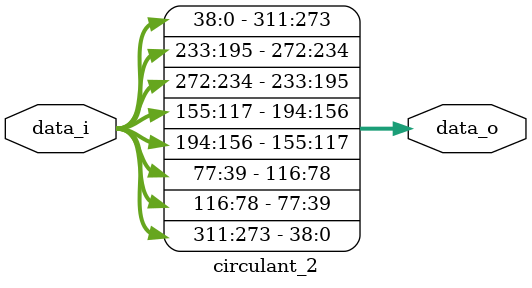
<source format=v>
`define ADD_MOD(a,b,len) (((a)+(b)<(len))?((a)+(b)):((a)+(b)-(len)))
`define SUB_MOD(a,b,len) (((a)<(b))?((len)-(b)+(a)):((a)-(b)))

module circulant_2 #(
  parameter S0 = 1,
  parameter S1 = 2,
  parameter PORT_SIZE = (37+2),
  parameter NODES_NUM = 2
) (
  input  [NODES_NUM*4*PORT_SIZE-1:0] data_i,
  output [NODES_NUM*4*PORT_SIZE-1:0] data_o
);
  genvar i;
  generate
    for ( i = 0; i < NODES_NUM; i = i + 1 ) //  input router index
      begin : connections
      // step 0
        assign data_o [`ADD_MOD(i, S0, NODES_NUM)*4*PORT_SIZE+3*PORT_SIZE+:PORT_SIZE] = data_i [i*4*PORT_SIZE+0*PORT_SIZE+:PORT_SIZE];
        assign data_o [`SUB_MOD(i, S0, NODES_NUM)*4*PORT_SIZE+0*PORT_SIZE+:PORT_SIZE] = data_i [i*4*PORT_SIZE+3*PORT_SIZE+:PORT_SIZE];

        // step 1
        assign data_o [`ADD_MOD(i, S1, NODES_NUM)*4*PORT_SIZE+2*PORT_SIZE+:PORT_SIZE] = data_i [i*4*PORT_SIZE+1*PORT_SIZE+:PORT_SIZE];       
        assign data_o [`SUB_MOD(i, S1, NODES_NUM)*4*PORT_SIZE+1*PORT_SIZE+:PORT_SIZE] = data_i [i*4*PORT_SIZE+2*PORT_SIZE+:PORT_SIZE];
      end
  endgenerate
endmodule // circulant_2
</source>
